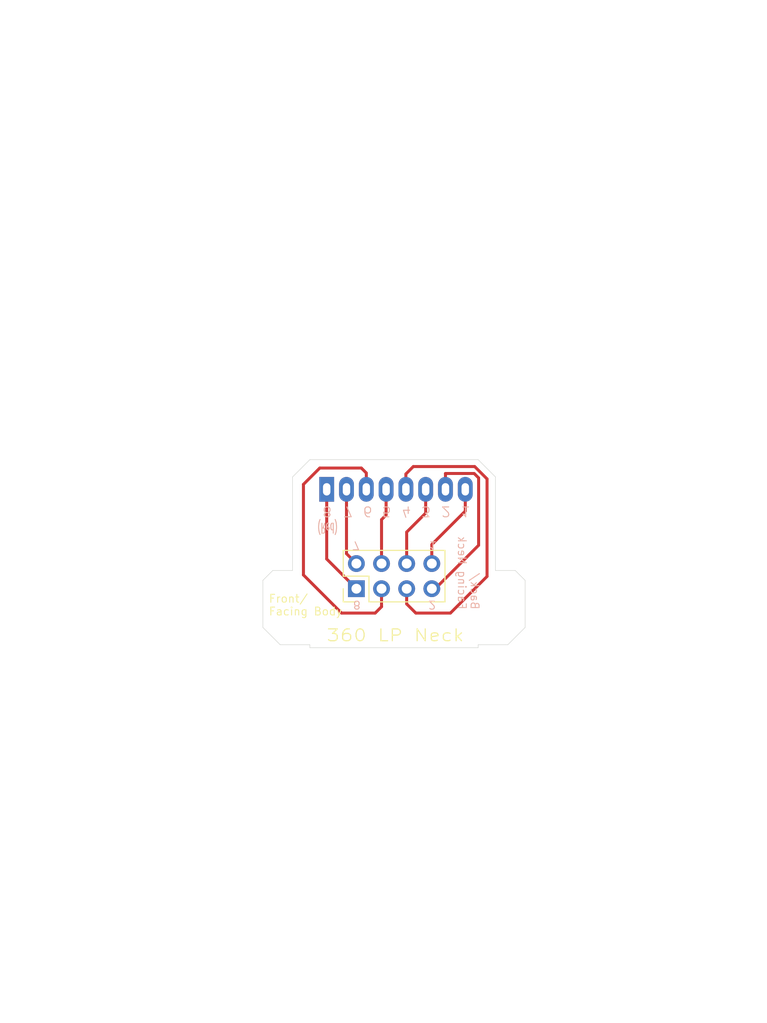
<source format=kicad_pcb>
(kicad_pcb (version 20241229) (generator "pcbnew") (generator_version "9.0")
  (layers (0 "F.Cu" signal) (2 "B.Cu" signal) (13 "F.Paste" user) (15 "B.Paste" user) (5 "F.SilkS" user "F.Silkscreen") (7 "B.SilkS" user "B.Silkscreen") (1 "F.Mask" user) (3 "B.Mask" user) (25 "Edge.Cuts" user))
  (net 0 "")
  (net 1 "Net-(J1-Pin_1)")
  (net 2 "Net-(J1-Pin_2)")
  (net 3 "Net-(J1-Pin_4)")
  (net 4 "Net-(J1-Pin_3)")
  (net 5 "Net-(J1-Pin_6)")
  (net 6 "Net-(J1-Pin_8)")
  (net 7 "Net-(J1-Pin_5)")
  (net 8 "Net-(J1-Pin_7)")
  (footprint "Connector_PinHeader_2.54mm:PinHeader_2x04_P2.54mm_Vertical" (layer "F.Cu") (at 22 25.54 90)
    (property "Reference" "J2" (hide yes))
    (property "Value" "Conn_02x04_Counter_Clockwise" (hide yes))
    (fp_line (start 3.87 -1.33) (end 3.87 8.95) (stroke (width 0.12)) (layer "F.SilkS"))
    (fp_line (start 1.27 -1.33) (end 3.87 -1.33) (stroke (width 0.12)) (layer "F.SilkS"))
    (fp_line (start -1.33 -1.33) (end 0 -1.33) (stroke (width 0.12)) (layer "F.SilkS"))
    (fp_line (start -1.33 0) (end -1.33 -1.33) (stroke (width 0.12)) (layer "F.SilkS"))
    (fp_line (start 1.27 1.27) (end 1.27 -1.33) (stroke (width 0.12)) (layer "F.SilkS"))
    (fp_line (start -1.33 1.27) (end 1.27 1.27) (stroke (width 0.12)) (layer "F.SilkS"))
    (fp_line (start -1.33 1.27) (end -1.33 8.95) (stroke (width 0.12)) (layer "F.SilkS"))
    (fp_line (start -1.33 8.95) (end 3.87 8.95) (stroke (width 0.12)) (layer "F.SilkS"))
    (pad "1" thru_hole rect (at 0 0 90) (size 1.7 1.7) (drill 1) (layers "*.Cu" "*.Mask") (net 1 "Net-(J1-Pin_1)"))
    (pad "2" thru_hole oval (at 2.54 0 90) (size 1.7 1.7) (drill 1) (layers "*.Cu" "*.Mask") (net 2 "Net-(J1-Pin_2)"))
    (pad "3" thru_hole oval (at 0 2.54 90) (size 1.7 1.7) (drill 1) (layers "*.Cu" "*.Mask") (net 4 "Net-(J1-Pin_3)"))
    (pad "4" thru_hole oval (at 2.54 2.54 90) (size 1.7 1.7) (drill 1) (layers "*.Cu" "*.Mask") (net 3 "Net-(J1-Pin_4)"))
    (pad "5" thru_hole oval (at 0 5.08 90) (size 1.7 1.7) (drill 1) (layers "*.Cu" "*.Mask") (net 7 "Net-(J1-Pin_5)"))
    (pad "6" thru_hole oval (at 2.54 5.08 90) (size 1.7 1.7) (drill 1) (layers "*.Cu" "*.Mask") (net 5 "Net-(J1-Pin_6)"))
    (pad "7" thru_hole oval (at 0 7.62 90) (size 1.7 1.7) (drill 1) (layers "*.Cu" "*.Mask") (net 8 "Net-(J1-Pin_7)"))
    (pad "8" thru_hole oval (at 2.54 7.62 90) (size 1.7 1.7) (drill 1) (layers "*.Cu" "*.Mask") (net 6 "Net-(J1-Pin_8)"))
  )
  (footprint "Library:1x08GHLPNeck" (layer "F.Cu") (at 26 15.5)
    (property "Reference" "J1" (hide yes))
    (property "Value" "Conn_01x08_Pin" (hide yes))
    (pad "1" thru_hole rect (at -7 0) (size 1.5 2.5) (drill oval 0.75 1.25) (layers "*.Cu" "*.Mask") (net 1 "Net-(J1-Pin_1)"))
    (pad "2" thru_hole oval (at -5 0) (size 1.5 2.5) (drill oval 0.75 1.25) (layers "*.Cu" "*.Mask") (net 2 "Net-(J1-Pin_2)"))
    (pad "3" thru_hole oval (at -3 0) (size 1.5 2.5) (drill oval 0.75 1.25) (layers "*.Cu" "*.Mask") (net 4 "Net-(J1-Pin_3)"))
    (pad "4" thru_hole oval (at -1 0) (size 1.5 2.5) (drill oval 0.75 1.25) (layers "*.Cu" "*.Mask") (net 3 "Net-(J1-Pin_4)"))
    (pad "5" thru_hole oval (at 1 0) (size 1.5 2.5) (drill oval 0.75 1.25) (layers "*.Cu" "*.Mask") (net 7 "Net-(J1-Pin_5)"))
    (pad "6" thru_hole oval (at 3 0) (size 1.5 2.5) (drill oval 0.75 1.25) (layers "*.Cu" "*.Mask") (net 5 "Net-(J1-Pin_6)"))
    (pad "7" thru_hole oval (at 5 0) (size 1.5 2.5) (drill oval 0.75 1.25) (layers "*.Cu" "*.Mask") (net 8 "Net-(J1-Pin_7)"))
    (pad "8" thru_hole oval (at 7 0) (size 1.5 2.5) (drill oval 0.75 1.25) (layers "*.Cu" "*.Mask") (net 6 "Net-(J1-Pin_8)"))
  )
  (gr_line (start 14.3 31.2) (end 17.3 31.2) (stroke (width 0.05)) (layer "Edge.Cuts"))
  (gr_line (start 38.05 23.7) (end 36.05 23.7) (stroke (width 0.05)) (layer "Edge.Cuts"))
  (gr_line (start 39.05 29.45) (end 39.05 24.7) (stroke (width 0.05)) (layer "Edge.Cuts"))
  (gr_line (start 34.3 12.5) (end 17.3 12.5) (stroke (width 0.05)) (layer "Edge.Cuts"))
  (gr_line (start 17.3 31.5) (end 34.3 31.5) (stroke (width 0.05)) (layer "Edge.Cuts"))
  (gr_line (start 15.55 14.25) (end 15.55 23.7) (stroke (width 0.05)) (layer "Edge.Cuts"))
  (gr_line (start 36.05 14.25) (end 34.3 12.5) (stroke (width 0.05)) (layer "Edge.Cuts"))
  (gr_line (start 17.3 12.5) (end 15.55 14.25) (stroke (width 0.05)) (layer "Edge.Cuts"))
  (gr_line (start 15.55 23.7) (end 13.55 23.7) (stroke (width 0.05)) (layer "Edge.Cuts"))
  (gr_line (start 36.05 23.7) (end 36.05 14.25) (stroke (width 0.05)) (layer "Edge.Cuts"))
  (gr_line (start 17.3 31.2) (end 17.3 31.5) (stroke (width 0.05)) (layer "Edge.Cuts"))
  (gr_line (start 12.55 24.7) (end 12.55 29.45) (stroke (width 0.05)) (layer "Edge.Cuts"))
  (gr_line (start 37.3 31.2) (end 39.05 29.45) (stroke (width 0.05)) (layer "Edge.Cuts"))
  (gr_line (start 34.3 31.5) (end 34.3 31.2) (stroke (width 0.05)) (layer "Edge.Cuts"))
  (gr_line (start 39.05 24.7) (end 38.05 23.7) (stroke (width 0.05)) (layer "Edge.Cuts"))
  (gr_line (start 12.55 29.45) (end 14.3 31.2) (stroke (width 0.05)) (layer "Edge.Cuts"))
  (gr_line (start 34.3 31.2) (end 37.3 31.2) (stroke (width 0.05)) (layer "Edge.Cuts"))
  (gr_line (start 13.55 23.7) (end 12.55 24.7) (stroke (width 0.05)) (layer "Edge.Cuts"))
  (gr_text "Front/\nFacing Body" (at 13.1 28.3 0) (layer "F.SilkS") (effects (font (size 0.8 0.8) (thickness 0.1)) (justify left bottom)))
  (gr_text "360 LP Neck" (at 18.9 30.95 0) (layer "F.SilkS") (effects (font (size 1.2 1.425) (thickness 0.12)) (justify left bottom)))
  (gr_text "1" (at 29.3 20.7 180) (layer "B.SilkS") (effects (font (size 0.8 0.8) (thickness 0.1)) (justify left bottom mirror)))
  (gr_text "Back/\nFacing Neck" (at 32.2 27.7 270) (layer "B.SilkS") (effects (font (size 0.8 0.8) (thickness 0.1)) (justify left bottom mirror)))
  (gr_text "3" (at 28.5 17.15 180) (layer "B.SilkS") (effects (font (size 1 1) (thickness 0.1)) (justify left bottom mirror)))
  (gr_text "1" (at 32.5 17.15 180) (layer "B.SilkS") (effects (font (size 1 1) (thickness 0.1)) (justify left bottom mirror)))
  (gr_text "7" (at 20.6 17.15 180) (layer "B.SilkS") (effects (font (size 1 1) (thickness 0.1)) (justify left bottom mirror)))
  (gr_text "(Red)" (at 18 18.8 180) (layer "B.SilkS") (effects (font (size 1 0.5) (thickness 0.1)) (justify left bottom mirror)))
  (gr_text "7" (at 21.5 20.7 180) (layer "B.SilkS") (effects (font (size 0.8 0.8) (thickness 0.1)) (justify left bottom mirror)))
  (gr_text "2" (at 30.5 17.15 180) (layer "B.SilkS") (effects (font (size 1 1) (thickness 0.1)) (justify left bottom mirror)))
  (gr_text "8" (at 18.5 17.15 180) (layer "B.SilkS") (effects (font (size 1 1) (thickness 0.1)) (justify left bottom mirror)))
  (gr_text "8" (at 21.6 26.7 180) (layer "B.SilkS") (effects (font (size 0.8 0.8) (thickness 0.1)) (justify left bottom mirror)))
  (gr_text "6" (at 22.6 17.15 180) (layer "B.SilkS") (effects (font (size 1 1) (thickness 0.1)) (justify left bottom mirror)))
  (gr_text "2" (at 29.2 26.7 180) (layer "B.SilkS") (effects (font (size 0.8 0.8) (thickness 0.1)) (justify left bottom mirror)))
  (gr_text "4" (at 26.5 17.15 180) (layer "B.SilkS") (effects (font (size 1 1) (thickness 0.1)) (justify left bottom mirror)))
  (gr_text "5" (at 24.5 17.15 180) (layer "B.SilkS") (effects (font (size 1 1) (thickness 0.1)) (justify left bottom mirror)))
  (segment (start 19 22.54) (end 22 25.54) (width 0.3) (layer "F.Cu") (net 1))
  (segment (start 19 15.5) (end 19 22.54) (width 0.3) (layer "F.Cu") (net 1))
  (segment (start 21 22) (end 22 23) (width 0.3) (layer "F.Cu") (net 2))
  (segment (start 21 15.5) (end 21 22) (width 0.3) (layer "F.Cu") (net 2))
  (segment (start 25 18.1) (end 24.54 18.56) (width 0.3) (layer "F.Cu") (net 3))
  (segment (start 25 15.5) (end 25 18.1) (width 0.3) (layer "F.Cu") (net 3))
  (segment (start 24.54 18.56) (end 24.54 23) (width 0.3) (layer "F.Cu") (net 3))
  (segment (start 20.5 28) (end 23.9 28) (width 0.3) (layer "F.Cu") (net 4))
  (segment (start 18.3 13.35) (end 16.65 15) (width 0.3) (layer "F.Cu") (net 4))
  (segment (start 24.54 27.36) (end 24.54 25.54) (width 0.3) (layer "F.Cu") (net 4))
  (segment (start 16.65 24.15) (end 20.5 28) (width 0.3) (layer "F.Cu") (net 4))
  (segment (start 22.5 13.35) (end 18.3 13.35) (width 0.3) (layer "F.Cu") (net 4))
  (segment (start 23.9 28) (end 24.54 27.36) (width 0.3) (layer "F.Cu") (net 4))
  (segment (start 16.65 15) (end 16.65 24.15) (width 0.3) (layer "F.Cu") (net 4))
  (segment (start 23 13.85) (end 22.5 13.35) (width 0.3) (layer "F.Cu") (net 4))
  (segment (start 23 15.5) (end 23 13.85) (width 0.3) (layer "F.Cu") (net 4))
  (segment (start 29 15.5) (end 29 17.9) (width 0.3) (layer "F.Cu") (net 5))
  (segment (start 27.08 19.82) (end 27.08 23) (width 0.3) (layer "F.Cu") (net 5))
  (segment (start 29 17.9) (end 27.08 19.82) (width 0.3) (layer "F.Cu") (net 5))
  (segment (start 29.62 21.08) (end 29.62 23) (width 0.3) (layer "F.Cu") (net 6))
  (segment (start 33 15.5) (end 33 17.7) (width 0.3) (layer "F.Cu") (net 6))
  (segment (start 33 17.7) (end 29.62 21.08) (width 0.3) (layer "F.Cu") (net 6))
  (segment (start 28 28) (end 27.08 27.08) (width 0.3) (layer "F.Cu") (net 7))
  (segment (start 27 15.5) (end 27 13.95) (width 0.3) (layer "F.Cu") (net 7))
  (segment (start 31.5 28) (end 28 28) (width 0.3) (layer "F.Cu") (net 7))
  (segment (start 35.2 14.45) (end 35.2 24.3) (width 0.3) (layer "F.Cu") (net 7))
  (segment (start 27 13.95) (end 27.75 13.2) (width 0.3) (layer "F.Cu") (net 7))
  (segment (start 35.2 24.3) (end 31.5 28) (width 0.3) (layer "F.Cu") (net 7))
  (segment (start 27.75 13.2) (end 33.95 13.2) (width 0.3) (layer "F.Cu") (net 7))
  (segment (start 27.08 27.08) (end 27.08 25.54) (width 0.3) (layer "F.Cu") (net 7))
  (segment (start 33.95 13.2) (end 35.2 14.45) (width 0.3) (layer "F.Cu") (net 7))
  (segment (start 31 13.9) (end 33.9 13.9) (width 0.3) (layer "F.Cu") (net 8))
  (segment (start 31 15.5) (end 31 13.9) (width 0.3) (layer "F.Cu") (net 8))
  (segment (start 34.35 14.35) (end 34.35 21.15) (width 0.3) (layer "F.Cu") (net 8))
  (segment (start 29.96 25.54) (end 29.62 25.54) (width 0.3) (layer "F.Cu") (net 8))
  (segment (start 33.9 13.9) (end 34.35 14.35) (width 0.3) (layer "F.Cu") (net 8))
  (segment (start 34.35 21.15) (end 29.96 25.54) (width 0.3) (layer "F.Cu") (net 8))
)
</source>
